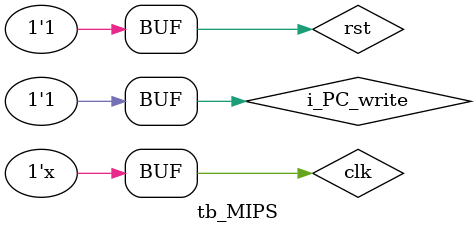
<source format=v>
`timescale 1ns / 1ps
module tb_MIPS();
    reg          clk;
    reg          rst;
    reg          i_PC_write;

    wire [31 : 0] o_resultado;
    wire [4  : 0] o_direccion;

    initial begin
        clk = 0;
        rst = 0;
        i_PC_write = 0;

        #100
        rst        = 1;
        i_PC_write = 1; 
    end

    always #1 clk = ~clk;   
    
    MIPS u_mips(            
    .clk(clk),
    .rst(rst),
    .i_PC_write(i_PC_write),
    .o_resultado(o_resultado),
    .o_direccion(o_direccion)
    );

endmodule

</source>
